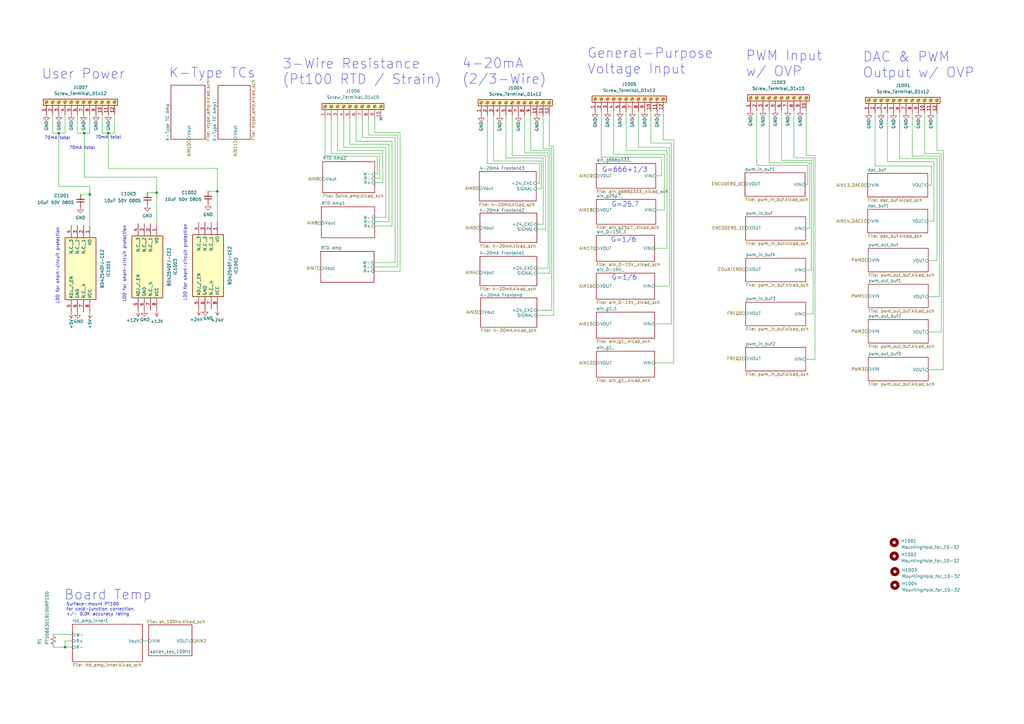
<source format=kicad_sch>
(kicad_sch (version 20231120) (generator "eeschema") (generator_version "8.0")
  (paper "A3")
  (lib_symbols
    (symbol "Connector:Screw_Terminal_01x10" (pin_names (offset 1.016) hide)
      (property "Reference" "J" (at 0 12.7 0))
      (property "Value" "Screw_Terminal_01x10" (at 0 -15.24 0))
      (symbol "Screw_Terminal_01x10_1_1"
        (rectangle (start -1.27 11.43) (end 1.27 -13.97) (stroke (width 0.254)) (fill (type background)))
        (circle (center 0 -12.7) (radius 0.635) (stroke (width 0.1524)))
        (circle (center 0 -10.16) (radius 0.635) (stroke (width 0.1524)))
        (circle (center 0 -7.62) (radius 0.635) (stroke (width 0.1524)))
        (circle (center 0 -5.08) (radius 0.635) (stroke (width 0.1524)))
        (circle (center 0 -2.54) (radius 0.635) (stroke (width 0.1524)))
        (polyline (pts (xy -0.5334 -12.3698) (xy 0.3302 -13.208)) (stroke (width 0.1524)))
        (polyline (pts (xy -0.5334 -9.8298) (xy 0.3302 -10.668)) (stroke (width 0.1524)))
        (polyline (pts (xy -0.5334 -7.2898) (xy 0.3302 -8.128)) (stroke (width 0.1524)))
        (polyline (pts (xy -0.5334 -4.7498) (xy 0.3302 -5.588)) (stroke (width 0.1524)))
        (polyline (pts (xy -0.5334 -2.2098) (xy 0.3302 -3.048)) (stroke (width 0.1524)))
        (polyline (pts (xy -0.5334 0.3302) (xy 0.3302 -0.508)) (stroke (width 0.1524)))
        (polyline (pts (xy -0.5334 2.8702) (xy 0.3302 2.032)) (stroke (width 0.1524)))
        (polyline (pts (xy -0.5334 5.4102) (xy 0.3302 4.572)) (stroke (width 0.1524)))
        (polyline (pts (xy -0.5334 7.9502) (xy 0.3302 7.112)) (stroke (width 0.1524)))
        (polyline (pts (xy -0.5334 10.4902) (xy 0.3302 9.652)) (stroke (width 0.1524)))
        (polyline (pts (xy -0.3556 -12.192) (xy 0.508 -13.0302)) (stroke (width 0.1524)))
        (polyline (pts (xy -0.3556 -9.652) (xy 0.508 -10.4902)) (stroke (width 0.1524)))
        (polyline (pts (xy -0.3556 -7.112) (xy 0.508 -7.9502)) (stroke (width 0.1524)))
        (polyline (pts (xy -0.3556 -4.572) (xy 0.508 -5.4102)) (stroke (width 0.1524)))
        (polyline (pts (xy -0.3556 -2.032) (xy 0.508 -2.8702)) (stroke (width 0.1524)))
        (polyline (pts (xy -0.3556 0.508) (xy 0.508 -0.3302)) (stroke (width 0.1524)))
        (polyline (pts (xy -0.3556 3.048) (xy 0.508 2.2098)) (stroke (width 0.1524)))
        (polyline (pts (xy -0.3556 5.588) (xy 0.508 4.7498)) (stroke (width 0.1524)))
        (polyline (pts (xy -0.3556 8.128) (xy 0.508 7.2898)) (stroke (width 0.1524)))
        (polyline (pts (xy -0.3556 10.668) (xy 0.508 9.8298)) (stroke (width 0.1524)))
        (circle (center 0 0) (radius 0.635) (stroke (width 0.1524)))
        (circle (center 0 2.54) (radius 0.635) (stroke (width 0.1524)))
        (circle (center 0 5.08) (radius 0.635) (stroke (width 0.1524)))
        (circle (center 0 7.62) (radius 0.635) (stroke (width 0.1524)))
        (circle (center 0 10.16) (radius 0.635) (stroke (width 0.1524)))
        (pin passive line (at -5.08 10.16 0) (length 3.81) (name "Pin_1") (number "1"))
        (pin passive line (at -5.08 -12.7 0) (length 3.81) (name "Pin_10") (number "10"))
        (pin passive line (at -5.08 7.62 0) (length 3.81) (name "Pin_2") (number "2"))
        (pin passive line (at -5.08 5.08 0) (length 3.81) (name "Pin_3") (number "3"))
        (pin passive line (at -5.08 2.54 0) (length 3.81) (name "Pin_4") (number "4"))
        (pin passive line (at -5.08 0 0) (length 3.81) (name "Pin_5") (number "5"))
        (pin passive line (at -5.08 -2.54 0) (length 3.81) (name "Pin_6") (number "6"))
        (pin passive line (at -5.08 -5.08 0) (length 3.81) (name "Pin_7") (number "7"))
        (pin passive line (at -5.08 -7.62 0) (length 3.81) (name "Pin_8") (number "8"))
        (pin passive line (at -5.08 -10.16 0) (length 3.81) (name "Pin_9") (number "9"))
      )
    )
    (symbol "Connector:Screw_Terminal_01x12" (pin_names (offset 1.016) hide)
      (property "Reference" "J" (at 0 15.24 0))
      (property "Value" "Screw_Terminal_01x12" (at 0 -17.78 0))
      (symbol "Screw_Terminal_01x12_1_1"
        (rectangle (start -1.27 13.97) (end 1.27 -16.51) (stroke (width 0.254)) (fill (type background)))
        (circle (center 0 -15.24) (radius 0.635) (stroke (width 0.1524)))
        (circle (center 0 -12.7) (radius 0.635) (stroke (width 0.1524)))
        (circle (center 0 -10.16) (radius 0.635) (stroke (width 0.1524)))
        (circle (center 0 -7.62) (radius 0.635) (stroke (width 0.1524)))
        (circle (center 0 -5.08) (radius 0.635) (stroke (width 0.1524)))
        (circle (center 0 -2.54) (radius 0.635) (stroke (width 0.1524)))
        (polyline (pts (xy -0.5334 -14.9098) (xy 0.3302 -15.748)) (stroke (width 0.1524)))
        (polyline (pts (xy -0.5334 -12.3698) (xy 0.3302 -13.208)) (stroke (width 0.1524)))
        (polyline (pts (xy -0.5334 -9.8298) (xy 0.3302 -10.668)) (stroke (width 0.1524)))
        (polyline (pts (xy -0.5334 -7.2898) (xy 0.3302 -8.128)) (stroke (width 0.1524)))
        (polyline (pts (xy -0.5334 -4.7498) (xy 0.3302 -5.588)) (stroke (width 0.1524)))
        (polyline (pts (xy -0.5334 -2.2098) (xy 0.3302 -3.048)) (stroke (width 0.1524)))
        (polyline (pts (xy -0.5334 0.3302) (xy 0.3302 -0.508)) (stroke (width 0.1524)))
        (polyline (pts (xy -0.5334 2.8702) (xy 0.3302 2.032)) (stroke (width 0.1524)))
        (polyline (pts (xy -0.5334 5.4102) (xy 0.3302 4.572)) (stroke (width 0.1524)))
        (polyline (pts (xy -0.5334 7.9502) (xy 0.3302 7.112)) (stroke (width 0.1524)))
        (polyline (pts (xy -0.5334 10.4902) (xy 0.3302 9.652)) (stroke (width 0.1524)))
        (polyline (pts (xy -0.5334 13.0302) (xy 0.3302 12.192)) (stroke (width 0.1524)))
        (polyline (pts (xy -0.3556 -14.732) (xy 0.508 -15.5702)) (stroke (width 0.1524)))
        (polyline (pts (xy -0.3556 -12.192) (xy 0.508 -13.0302)) (stroke (width 0.1524)))
        (polyline (pts (xy -0.3556 -9.652) (xy 0.508 -10.4902)) (stroke (width 0.1524)))
        (polyline (pts (xy -0.3556 -7.112) (xy 0.508 -7.9502)) (stroke (width 0.1524)))
        (polyline (pts (xy -0.3556 -4.572) (xy 0.508 -5.4102)) (stroke (width 0.1524)))
        (polyline (pts (xy -0.3556 -2.032) (xy 0.508 -2.8702)) (stroke (width 0.1524)))
        (polyline (pts (xy -0.3556 0.508) (xy 0.508 -0.3302)) (stroke (width 0.1524)))
        (polyline (pts (xy -0.3556 3.048) (xy 0.508 2.2098)) (stroke (width 0.1524)))
        (polyline (pts (xy -0.3556 5.588) (xy 0.508 4.7498)) (stroke (width 0.1524)))
        (polyline (pts (xy -0.3556 8.128) (xy 0.508 7.2898)) (stroke (width 0.1524)))
        (polyline (pts (xy -0.3556 10.668) (xy 0.508 9.8298)) (stroke (width 0.1524)))
        (polyline (pts (xy -0.3556 13.208) (xy 0.508 12.3698)) (stroke (width 0.1524)))
        (circle (center 0 0) (radius 0.635) (stroke (width 0.1524)))
        (circle (center 0 2.54) (radius 0.635) (stroke (width 0.1524)))
        (circle (center 0 5.08) (radius 0.635) (stroke (width 0.1524)))
        (circle (center 0 7.62) (radius 0.635) (stroke (width 0.1524)))
        (circle (center 0 10.16) (radius 0.635) (stroke (width 0.1524)))
        (circle (center 0 12.7) (radius 0.635) (stroke (width 0.1524)))
        (pin passive line (at -5.08 12.7 0) (length 3.81) (name "Pin_1") (number "1"))
        (pin passive line (at -5.08 -10.16 0) (length 3.81) (name "Pin_10") (number "10"))
        (pin passive line (at -5.08 -12.7 0) (length 3.81) (name "Pin_11") (number "11"))
        (pin passive line (at -5.08 -15.24 0) (length 3.81) (name "Pin_12") (number "12"))
        (pin passive line (at -5.08 10.16 0) (length 3.81) (name "Pin_2") (number "2"))
        (pin passive line (at -5.08 7.62 0) (length 3.81) (name "Pin_3") (number "3"))
        (pin passive line (at -5.08 5.08 0) (length 3.81) (name "Pin_4") (number "4"))
        (pin passive line (at -5.08 2.54 0) (length 3.81) (name "Pin_5") (number "5"))
        (pin passive line (at -5.08 0 0) (length 3.81) (name "Pin_6") (number "6"))
        (pin passive line (at -5.08 -2.54 0) (length 3.81) (name "Pin_7") (number "7"))
        (pin passive line (at -5.08 -5.08 0) (length 3.81) (name "Pin_8") (number "8"))
        (pin passive line (at -5.08 -7.62 0) (length 3.81) (name "Pin_9") (number "9"))
      )
    )
    (symbol "Device:C_Small" (pin_numbers hide) (pin_names (offset 0.254) hide)
      (property "Reference" "C" (at 0.254 1.778 0))
      (property "Value" "C_Small" (at 0.254 -2.032 0))
      (symbol "C_Small_0_1"
        (polyline (pts (xy -1.524 -0.508) (xy 1.524 -0.508)) (stroke (width 0.3302)))
        (polyline (pts (xy -1.524 0.508) (xy 1.524 0.508)) (stroke (width 0.3048)))
      )
      (symbol "C_Small_1_1"
        (pin passive line (at 0 2.54 270) (length 2.032) (name "~") (number "1"))
        (pin passive line (at 0 -2.54 90) (length 2.032) (name "~") (number "2"))
      )
    )
    (symbol "Device:R_Small_US" (pin_numbers hide) (pin_names (offset 0.254) hide)
      (property "Reference" "R" (at 0.762 0.508 0))
      (property "Value" "R_Small_US" (at 0.762 -1.016 0))
      (symbol "R_Small_US_1_1"
        (polyline (pts (xy 0 0) (xy 1.016 -0.381) (xy 0 -0.762) (xy -1.016 -1.143) (xy 0 -1.524)))
        (polyline (pts (xy 0 1.524) (xy 1.016 1.143) (xy 0 0.762) (xy -1.016 0.381) (xy 0 0)))
        (pin passive line (at 0 2.54 270) (length 1.016) (name "~") (number "1"))
        (pin passive line (at 0 -2.54 90) (length 1.016) (name "~") (number "2"))
      )
    )
    (symbol "Mechanical:MountingHole" (pin_names (offset 1.016))
      (property "Reference" "H" (at 0 5.08 0))
      (property "Value" "MountingHole" (at 0 3.175 0))
      (symbol "MountingHole_0_1"
        (circle (center 0 0) (radius 1.27) (stroke (width 1.27)))
      )
    )
    (symbol "aaa:BD42540FJ-CE2"
      (property "Reference" "IC" (at 31.75 7.62 0))
      (property "Value" "BD42540FJ-CE2" (at 31.75 5.08 0))
      (symbol "BD42540FJ-CE2_1_1"
        (rectangle (start 5.08 2.54) (end 30.48 -10.16) (stroke (width 0.254)) (fill (type background)))
        (pin passive line (at 0 0 0) (length 5.08) (name "VO") (number "1"))
        (pin passive line (at 0 -2.54 0) (length 5.08) (name "N.C._1") (number "2"))
        (pin passive line (at 0 -5.08 0) (length 5.08) (name "N.C._2") (number "3"))
        (pin passive line (at 0 -7.62 0) (length 5.08) (name "N.C._3") (number "4"))
        (pin passive line (at 35.56 -7.62 180) (length 5.08) (name "ADJ_/_EN") (number "5"))
        (pin passive line (at 35.56 -5.08 180) (length 5.08) (name "GND") (number "6"))
        (pin passive line (at 35.56 -2.54 180) (length 5.08) (name "N.C._4") (number "7"))
        (pin passive line (at 35.56 0 180) (length 5.08) (name "VCC") (number "8"))
      )
    )
    (symbol "power:+12V" (power) (pin_numbers hide) (pin_names (offset 0) hide)
      (property "Value" "+12V" (at 0 3.556 0))
      (symbol "+12V_0_1"
        (polyline (pts (xy -0.762 1.27) (xy 0 2.54)))
        (polyline (pts (xy 0 0) (xy 0 2.54)))
        (polyline (pts (xy 0 2.54) (xy 0.762 1.27)))
      )
      (symbol "+12V_1_1"
        (pin power_in line (at 0 0 90) (length 0) (name "~") (number "1"))
      )
    )
    (symbol "power:+24V" (power) (pin_names (offset 0))
      (property "Value" "+24V" (at 0 3.556 0))
      (symbol "+24V_0_1"
        (polyline (pts (xy -0.762 1.27) (xy 0 2.54)))
        (polyline (pts (xy 0 0) (xy 0 2.54)))
        (polyline (pts (xy 0 2.54) (xy 0.762 1.27)))
      )
      (symbol "+24V_1_1"
        (pin power_in line (at 0 0 90) (length 0) hide (name "+24V") (number "1"))
      )
    )
    (symbol "power:+5V" (power) (pin_numbers hide) (pin_names (offset 0) hide)
      (property "Value" "+5V" (at 0 3.556 0))
      (symbol "+5V_0_1"
        (polyline (pts (xy -0.762 1.27) (xy 0 2.54)))
        (polyline (pts (xy 0 0) (xy 0 2.54)))
        (polyline (pts (xy 0 2.54) (xy 0.762 1.27)))
      )
      (symbol "+5V_1_1"
        (pin power_in line (at 0 0 90) (length 0) (name "~") (number "1"))
      )
    )
    (symbol "power:GND" (power) (pin_names (offset 0))
      (property "Value" "GND" (at 0 -3.81 0))
      (symbol "GND_0_1"
        (polyline (pts (xy 0 0) (xy 0 -1.27) (xy 1.27 -1.27) (xy 0 -2.54) (xy -1.27 -1.27) (xy 0 -1.27)))
      )
      (symbol "GND_1_1"
        (pin power_in line (at 0 0 270) (length 0) hide (name "GND") (number "1"))
      )
    )
  )
  (junction (at 24.13 54.61))
  (junction (at 64.262 78.994))
  (junction (at 36.83 79.756))
  (junction (at 44.45 54.61))
  (junction (at 26.67 265.43))
  (junction (at 89.154 78.486))
  (junction (at 34.544 54.61))
  (no_connect (at 156.21 48.768))
  (wire (pts (xy 153.67 73.152) (xy 155.702 73.152)))
  (wire (pts (xy 26.67 262.89) (xy 26.67 265.43)))
  (wire (pts (xy 89.154 69.088) (xy 89.154 78.486)))
  (wire (pts (xy 222.758 91.948) (xy 222.758 64.77)))
  (wire (pts (xy 64.262 78.994) (xy 64.262 91.694)))
  (wire (pts (xy 330.2 75.692) (xy 331.216 75.692)))
  (wire (pts (xy 158.242 89.154) (xy 158.242 60.452)))
  (wire (pts (xy 220.218 109.982) (xy 224.79 109.982)))
  (wire (pts (xy 27.432 260.35) (xy 27.432 260.096)))
  (wire (pts (xy 41.91 54.61) (xy 41.91 46.99)))
  (wire (pts (xy 221.996 77.47) (xy 221.996 66.04)))
  (wire (pts (xy 210.058 63.754) (xy 210.058 47.244)))
  (wire (pts (xy 272.542 63.246) (xy 251.714 63.246)))
  (wire (pts (xy 226.314 60.96) (xy 222.758 60.96)))
  (wire (pts (xy 33.02 79.756) (xy 36.83 79.756)))
  (wire (pts (xy 225.552 112.014) (xy 225.552 61.722)))
  (wire (pts (xy 219.964 77.47) (xy 221.996 77.47)))
  (wire (pts (xy 382.016 75.946) (xy 382.016 68.072)))
  (wire (pts (xy 89.154 69.088) (xy 44.45 69.088)))
  (wire (pts (xy 140.97 60.452) (xy 140.97 48.768)))
  (wire (pts (xy 330.454 93.726) (xy 331.978 93.726)))
  (wire (pts (xy 143.51 59.182) (xy 143.51 48.768)))
  (wire (pts (xy 223.774 63.754) (xy 210.058 63.754)))
  (wire (pts (xy 227.076 129.286) (xy 227.076 59.944)))
  (wire (pts (xy 221.996 66.04) (xy 202.438 66.04)))
  (wire (pts (xy 153.67 89.154) (xy 158.242 89.154)))
  (wire (pts (xy 156.972 74.93) (xy 156.972 61.722)))
  (wire (pts (xy 163.068 55.372) (xy 151.13 55.372)))
  (wire (pts (xy 268.478 117.348) (xy 274.574 117.348)))
  (wire (pts (xy 223.774 93.98) (xy 223.774 63.754)))
  (wire (pts (xy 334.264 147.32) (xy 334.264 63.754)))
  (wire (pts (xy 135.89 62.992) (xy 135.89 48.768)))
  (wire (pts (xy 89.154 78.486) (xy 89.154 91.186)))
  (wire (pts (xy 251.714 45.72) (xy 251.714 63.246)))
  (wire (pts (xy 153.67 92.71) (xy 160.782 92.71)))
  (wire (pts (xy 331.216 67.818) (xy 310.388 67.818)))
  (wire (pts (xy 153.416 109.474) (xy 163.068 109.474)))
  (wire (pts (xy 383.032 90.678) (xy 383.032 66.294)))
  (wire (pts (xy 159.512 59.182) (xy 143.51 59.182)))
  (wire (pts (xy 160.782 57.912) (xy 146.05 57.912)))
  (wire (pts (xy 160.782 92.71) (xy 160.782 57.912)))
  (wire (pts (xy 221.234 67.056) (xy 199.898 67.056)))
  (wire (pts (xy 384.302 65.024) (xy 369.062 65.024)))
  (wire (pts (xy 276.352 57.404) (xy 272.034 57.404)))
  (wire (pts (xy 271.272 64.516) (xy 246.634 64.516)))
  (wire (pts (xy 261.874 60.452) (xy 261.874 45.72)))
  (wire (pts (xy 330.454 110.744) (xy 332.74 110.744)))
  (wire (pts (xy 153.416 107.696) (xy 162.052 107.696)))
  (wire (pts (xy 380.746 106.934) (xy 384.302 106.934)))
  (wire (pts (xy 358.902 68.072) (xy 358.902 46.228)))
  (wire (pts (xy 85.344 78.486) (xy 89.154 78.486)))
  (wire (pts (xy 199.898 67.056) (xy 199.898 47.244)))
  (wire (pts (xy 334.264 63.754) (xy 330.708 63.754)))
  (wire (pts (xy 154.686 64.008) (xy 133.35 64.008)))
  (wire (pts (xy 386.08 136.144) (xy 386.08 62.992)))
  (wire (pts (xy 44.45 54.61) (xy 46.99 54.61)))
  (wire (pts (xy 21.59 46.99) (xy 21.59 54.61)))
  (wire (pts (xy 220.218 127.254) (xy 226.314 127.254)))
  (wire (pts (xy 274.574 117.348) (xy 274.574 60.452)))
  (wire (pts (xy 34.544 54.61) (xy 34.544 72.644)))
  (wire (pts (xy 34.544 54.61) (xy 36.83 54.61)))
  (wire (pts (xy 268.478 132.842) (xy 275.336 132.842)))
  (wire (pts (xy 331.216 75.692) (xy 331.216 67.818)))
  (wire (pts (xy 385.318 64.008) (xy 374.142 64.008)))
  (wire (pts (xy 36.83 54.61) (xy 36.83 46.99)))
  (wire (pts (xy 225.298 59.944) (xy 225.298 47.244)))
  (wire (pts (xy 380.492 90.678) (xy 383.032 90.678)))
  (wire (pts (xy 155.702 62.992) (xy 135.89 62.992)))
  (wire (pts (xy 220.218 93.98) (xy 223.774 93.98)))
  (wire (pts (xy 29.718 262.89) (xy 26.67 262.89)))
  (wire (pts (xy 331.978 66.802) (xy 315.468 66.802)))
  (wire (pts (xy 266.954 58.674) (xy 266.954 45.72)))
  (wire (pts (xy 383.032 66.294) (xy 363.982 66.294)))
  (wire (pts (xy 133.35 64.008) (xy 133.35 48.768)))
  (wire (pts (xy 320.548 65.786) (xy 320.548 45.212)))
  (wire (pts (xy 330.454 147.32) (xy 334.264 147.32)))
  (wire (pts (xy 268.986 72.136) (xy 271.272 72.136)))
  (wire (pts (xy 246.634 64.516) (xy 246.634 45.72)))
  (wire (pts (xy 148.59 56.388) (xy 148.59 48.768)))
  (wire (pts (xy 46.99 46.99) (xy 46.99 54.61)))
  (wire (pts (xy 162.052 56.388) (xy 148.59 56.388)))
  (wire (pts (xy 268.478 101.854) (xy 273.558 101.854)))
  (wire (pts (xy 268.986 86.106) (xy 272.542 86.106)))
  (wire (pts (xy 221.234 75.184) (xy 221.234 67.056)))
  (wire (pts (xy 26.67 265.43) (xy 21.844 265.43)))
  (wire (pts (xy 325.628 64.77) (xy 325.628 45.212)))
  (wire (pts (xy 315.468 66.802) (xy 315.468 45.212)))
  (wire (pts (xy 225.552 61.722) (xy 217.678 61.722)))
  (wire (pts (xy 146.05 57.912) (xy 146.05 48.768)))
  (wire (pts (xy 272.034 57.404) (xy 272.034 45.72)))
  (wire (pts (xy 64.262 72.644) (xy 64.262 78.994)))
  (wire (pts (xy 275.336 132.842) (xy 275.336 58.674)))
  (wire (pts (xy 155.702 73.152) (xy 155.702 62.992)))
  (wire (pts (xy 21.844 260.096) (xy 27.432 260.096)))
  (wire (pts (xy 380.746 151.638) (xy 386.842 151.638)))
  (wire (pts (xy 158.242 60.452) (xy 140.97 60.452)))
  (wire (pts (xy 156.972 61.722) (xy 138.43 61.722)))
  (wire (pts (xy 164.084 54.356) (xy 153.67 54.356)))
  (wire (pts (xy 36.83 76.454) (xy 24.13 76.454)))
  (wire (pts (xy 220.218 91.948) (xy 222.758 91.948)))
  (wire (pts (xy 384.302 61.722) (xy 384.302 46.228)))
  (wire (pts (xy 220.218 129.286) (xy 227.076 129.286)))
  (wire (pts (xy 272.542 86.106) (xy 272.542 63.246)))
  (wire (pts (xy 382.016 68.072) (xy 358.902 68.072)))
  (wire (pts (xy 380.746 136.144) (xy 386.08 136.144)))
  (wire (pts (xy 363.982 66.294) (xy 363.982 46.228)))
  (wire (pts (xy 330.454 128.778) (xy 333.502 128.778)))
  (wire (pts (xy 31.75 46.99) (xy 31.75 54.61)))
  (wire (pts (xy 332.74 65.786) (xy 320.548 65.786)))
  (wire (pts (xy 227.076 59.944) (xy 225.298 59.944)))
  (wire (pts (xy 310.388 45.212) (xy 310.388 67.818)))
  (wire (pts (xy 36.83 76.454) (xy 36.83 79.756)))
  (wire (pts (xy 385.318 121.666) (xy 385.318 64.008)))
  (wire (pts (xy 331.978 93.726) (xy 331.978 66.802)))
  (wire (pts (xy 153.67 90.932) (xy 159.512 90.932)))
  (wire (pts (xy 153.416 111.252) (xy 164.084 111.252)))
  (wire (pts (xy 276.352 148.844) (xy 276.352 57.404)))
  (wire (pts (xy 215.138 62.738) (xy 215.138 47.244)))
  (wire (pts (xy 226.314 127.254) (xy 226.314 60.96)))
  (wire (pts (xy 380.492 75.946) (xy 382.016 75.946)))
  (wire (pts (xy 207.518 64.77) (xy 207.518 47.244)))
  (wire (pts (xy 222.758 64.77) (xy 207.518 64.77)))
  (wire (pts (xy 24.13 54.61) (xy 26.67 54.61)))
  (wire (pts (xy 222.758 60.96) (xy 222.758 47.244)))
  (wire (pts (xy 220.218 112.014) (xy 225.552 112.014)))
  (wire (pts (xy 217.678 61.722) (xy 217.678 47.244)))
  (wire (pts (xy 202.438 66.04) (xy 202.438 47.244)))
  (wire (pts (xy 268.478 148.844) (xy 276.352 148.844)))
  (wire (pts (xy 163.068 109.474) (xy 163.068 55.372)))
  (wire (pts (xy 21.59 54.61) (xy 24.13 54.61)))
  (wire (pts (xy 159.512 90.932) (xy 159.512 59.182)))
  (wire (pts (xy 386.842 61.722) (xy 384.302 61.722)))
  (wire (pts (xy 162.052 107.696) (xy 162.052 56.388)))
  (wire (pts (xy 164.084 111.252) (xy 164.084 54.356)))
  (wire (pts (xy 153.67 74.93) (xy 156.972 74.93)))
  (wire (pts (xy 369.062 65.024) (xy 369.062 46.228)))
  (wire (pts (xy 153.67 54.356) (xy 153.67 48.768)))
  (wire (pts (xy 380.746 121.666) (xy 385.318 121.666)))
  (wire (pts (xy 330.708 63.754) (xy 330.708 45.212)))
  (wire (pts (xy 24.13 76.454) (xy 24.13 54.61)))
  (wire (pts (xy 138.43 48.768) (xy 138.43 61.722)))
  (wire (pts (xy 332.74 110.744) (xy 332.74 65.786)))
  (wire (pts (xy 21.844 265.43) (xy 21.844 265.176)))
  (wire (pts (xy 44.45 69.088) (xy 44.45 54.61)))
  (wire (pts (xy 60.452 78.994) (xy 64.262 78.994)))
  (wire (pts (xy 333.502 128.778) (xy 333.502 64.77)))
  (wire (pts (xy 36.83 79.756) (xy 36.83 92.456)))
  (wire (pts (xy 374.142 64.008) (xy 374.142 46.228)))
  (wire (pts (xy 379.222 62.992) (xy 379.222 46.228)))
  (wire (pts (xy 153.67 71.374) (xy 154.686 71.374)))
  (wire (pts (xy 386.08 62.992) (xy 379.222 62.992)))
  (wire (pts (xy 386.842 151.638) (xy 386.842 61.722)))
  (wire (pts (xy 31.75 54.61) (xy 34.544 54.61)))
  (wire (pts (xy 154.686 71.374) (xy 154.686 64.008)))
  (wire (pts (xy 384.302 106.934) (xy 384.302 65.024)))
  (wire (pts (xy 224.79 109.982) (xy 224.79 62.738)))
  (wire (pts (xy 41.91 54.61) (xy 44.45 54.61)))
  (wire (pts (xy 151.13 55.372) (xy 151.13 48.768)))
  (wire (pts (xy 271.272 72.136) (xy 271.272 64.516)))
  (wire (pts (xy 273.558 101.854) (xy 273.558 61.722)))
  (wire (pts (xy 58.42 262.89) (xy 60.96 262.89)))
  (wire (pts (xy 26.67 46.99) (xy 26.67 54.61)))
  (wire (pts (xy 275.336 58.674) (xy 266.954 58.674)))
  (wire (pts (xy 219.964 75.184) (xy 221.234 75.184)))
  (wire (pts (xy 256.794 45.72) (xy 256.794 61.722)))
  (wire (pts (xy 29.718 260.35) (xy 27.432 260.35)))
  (wire (pts (xy 333.502 64.77) (xy 325.628 64.77)))
  (wire (pts (xy 274.574 60.452) (xy 261.874 60.452)))
  (wire (pts (xy 224.79 62.738) (xy 215.138 62.738)))
  (wire (pts (xy 273.558 61.722) (xy 256.794 61.722)))
  (wire (pts (xy 64.262 72.644) (xy 34.544 72.644)))
  (wire (pts (xy 29.718 265.43) (xy 26.67 265.43)))
  (text "70mA total" (at 39.116 61.468 0) (effects (font (size 1.27 1.27)) (justify right bottom)))
  (text "3-Wire Resistance\n(Pt100 RTD / Strain)" (at 115.824 35.052 0) (effects (font (size 4 4)) (justify left bottom)))
  (text "LDO for short-circuit protection" (at 51.816 123.952 90) (effects (font (size 1.27 1.27)) (justify left bottom)))
  (text "G=25.7" (at 262.128 85.09 0) (effects (font (size 2 2)) (justify right bottom)))
  (text "G=1/6" (at 261.112 99.568 0) (effects (font (size 2 2)) (justify right bottom)))
  (text "PWM Input\nw/ OVP" (at 305.816 31.75 0) (effects (font (size 4 4)) (justify left bottom)))
  (text "70mA total" (at 28.956 57.404 0) (effects (font (size 1.27 1.27)) (justify right bottom)))
  (text "General-Purpose\nVoltage Input" (at 240.792 30.734 0) (effects (font (size 4 4)) (justify left bottom)))
  (text "70mA total" (at 49.784 57.15 0) (effects (font (size 1.27 1.27)) (justify right bottom)))
  (text "K-Type TCs" (at 69.215 32.385 0) (effects (font (size 4 4)) (justify left bottom)))
  (text "Board Temp" (at 26.289 246.4054 0) (effects (font (size 4 4)) (justify left bottom)))
  (text "G=666+1/3" (at 265.684 70.866 0) (effects (font (size 2 2)) (justify right bottom)))
  (text "LDO for short-circuit protection" (at 24.384 124.714 90) (effects (font (size 1.27 1.27)) (justify left bottom)))
  (text "4-20mA\n(2/3-Wire)" (at 189.484 34.925 0) (effects (font (size 4 4)) (justify left bottom)))
  (text "LDO for short-circuit protection" (at 76.708 123.444 90) (effects (font (size 1.27 1.27)) (justify left bottom)))
  (text "Surface-mount PT100 \nfor cold-junction correction,\n+/- 0.3K accuracy rating" (at 27.178 249.936 0) (effects (font (size 1.27 1.27)) (justify left)))
  (text "User Power" (at 17.018 32.766 0) (effects (font (size 4 4)) (justify left bottom)))
  (text "DAC & PWM\nOutput w/ OVP" (at 353.822 32.258 0) (effects (font (size 4 4)) (justify left bottom)))
  (text "G=1/6" (at 261.366 115.062 0) (effects (font (size 2 2)) (justify right bottom)))
  (hierarchical_label "PWM0" (shape input) (at 356.108 106.68 180))
  (hierarchical_label "AIN12" (shape input) (at 244.602 148.844 180))
  (hierarchical_label "AIN17" (shape input) (at 244.602 101.854 180))
  (hierarchical_label "AIN8" (shape input) (at 131.826 91.44 180))
  (hierarchical_label "AIN15" (shape input) (at 244.602 132.842 180))
  (hierarchical_label "ENCODER0_1" (shape input) (at 305.816 93.472 180))
  (hierarchical_label "AIN18" (shape input) (at 244.602 86.106 180))
  (hierarchical_label "AIN6" (shape input) (at 196.596 77.216 180))
  (hierarchical_label "AIN10" (shape input) (at 77.47 57.15 270))
  (hierarchical_label "PWM2" (shape input) (at 356.108 135.89 180))
  (hierarchical_label "AIN2" (shape input) (at 78.74 262.89 0))
  (hierarchical_label "FREQ1" (shape input) (at 305.816 147.066 180))
  (hierarchical_label "PWM1" (shape input) (at 356.108 121.412 180))
  (hierarchical_label "AIN5" (shape input) (at 196.85 93.472 180))
  (hierarchical_label "AIN16" (shape input) (at 244.602 117.348 180))
  (hierarchical_label "AIN7" (shape input) (at 131.572 109.982 180))
  (hierarchical_label "AIN13_DAC0" (shape input) (at 355.854 75.946 180))
  (hierarchical_label "AIN3" (shape input) (at 197.104 128.016 180))
  (hierarchical_label "AIN4" (shape input) (at 196.85 111.76 180))
  (hierarchical_label "AIN14_DAC1" (shape input) (at 355.854 90.678 180))
  (hierarchical_label "AIN9" (shape input) (at 132.334 73.406 180))
  (hierarchical_label "AIN11" (shape input) (at 96.52 57.15 270))
  (hierarchical_label "COUNTER0" (shape input) (at 305.816 110.49 180))
  (hierarchical_label "FREQ0" (shape input) (at 305.816 128.524 180))
  (hierarchical_label "AIN19" (shape input) (at 244.602 72.136 180))
  (hierarchical_label "ENCODER0_0" (shape input) (at 305.562 75.438 180))
  (hierarchical_label "PWM3" (shape input) (at 356.108 151.384 180))
  (symbol (lib_id "power:GND") (at 376.682 46.228 0) (unit 1)
    (property "Reference" "#PWR010" (effects (hide yes)))
    (property "Value" "GND" (at 376.682 48.768 90) (effects (justify right)))
  )
  (symbol (lib_id "Connector:Screw_Terminal_01x12") (at 31.75 41.91 90) (unit 1)
    (property "Reference" "J1007" (at 33.02 35.814 90))
    (property "Value" "Screw_Terminal_01x12" (at 33.02 38.354 90))
    (property "Footprint" "aaa:KF141V-2.54-12P" (effects (hide yes)))
    (property "Description" "Generic screw terminal, single row, 01x12, script generated (kicad-library-utils/schlib/autogen/connector/)" (effects (hide yes)))
    (property "LCSC" "C475123" (effects (hide yes)))
  )
  (symbol (lib_id "Mechanical:MountingHole") (at 366.776 222.504 0) (unit 1) (in_bom no)
    (property "Reference" "H1001" (at 369.57 221.869 0) (effects (justify left)))
    (property "Value" "MountingHole_for_10-32" (at 369.57 224.409 0) (effects (justify left)))
    (property "Footprint" "MountingHole:MountingHole_5mm" (effects (hide yes)))
  )
  (symbol (lib_id "Device:C_Small") (at 60.452 81.534 180) (unit 1)
    (property "Reference" "C1003" (at 49.53 79.502 0) (effects (justify right)))
    (property "Value" "10uF 50V 0805" (at 42.672 82.296 0) (effects (justify right)))
    (property "Footprint" "Capacitor_SMD:C_0805_2012Metric" (effects (hide yes)))
    (property "LCSC" "C440198" (effects (hide yes)))
  )
  (symbol (lib_id "power:GND") (at 212.598 47.244 0) (unit 1)
    (property "Reference" "#PWR1013" (effects (hide yes)))
    (property "Value" "GND" (at 212.598 49.784 90) (effects (justify right)))
  )
  (symbol (lib_id "power:GND") (at 19.05 46.99 0) (unit 1)
    (property "Reference" "#PWR1001" (effects (hide yes)))
    (property "Value" "GND" (at 19.05 49.53 90) (effects (justify right)))
  )
  (symbol (lib_id "power:GND") (at 197.358 47.244 0) (unit 1)
    (property "Reference" "#PWR1011" (effects (hide yes)))
    (property "Value" "GND" (at 197.358 49.784 90) (effects (justify right)))
  )
  (symbol (lib_id "power:GND") (at 60.452 84.074 0) (unit 1)
    (property "Reference" "#PWR1020" (effects (hide yes)))
    (property "Value" "GND" (at 60.452 88.519 0))
  )
  (symbol (lib_id "aaa:BD42540FJ-CE2") (at 64.262 91.694 270) (unit 1)
    (property "Reference" "IC1003" (at 71.882 109.474 0))
    (property "Value" "BD42540FJ-CE2" (at 69.342 109.474 0))
    (property "Footprint" "aaa:SOIC127P600X175-8N" (effects (hide yes)))
    (property "Datasheet" "https://4donline.ihs.com/images/VipMasterIC/IC/ROHM/ROHM-S-A0002355662/ROHM-S-A0002355662-1.pdf?hkey=EF798316E3902B6ED9A73243A3159BB0" (effects (hide yes)))
    (property "Description" "Supervisory Circuits 3-42V SOP-J8 12A LDO Regulator" (effects (hide yes)))
    (property "Height" "1.65" (effects (hide yes)))
    (property "Manufacturer_Name" "ROHM Semiconductor" (effects (hide yes)))
    (property "Manufacturer_Part_Number" "BD42540FJ-CE2" (effects (hide yes)))
    (property "Mouser Part Number" "755-BD42540FJ-CE2" (effects (hide yes)))
    (property "Mouser Price/Stock" "https://www.mouser.co.uk/ProductDetail/ROHM-Semiconductor/BD42540FJ-CE2?qs=zGux8KhMp6JowApuEUgCTw%3D%3D" (effects (hide yes)))
    (property "LCSC" "C308591" (effects (hide yes)))
  )
  (symbol (lib_id "power:+24V") (at 81.534 126.746 180) (unit 1)
    (property "Reference" "#PWR1022" (effects (hide yes)))
    (property "Value" "+24V" (at 80.518 131.064 0))
  )
  (symbol (lib_id "power:GND") (at 307.848 45.212 0) (unit 1)
    (property "Reference" "#PWR1030" (effects (hide yes)))
    (property "Value" "GND" (at 307.848 47.752 90) (effects (justify right)))
  )
  (symbol (lib_id "power:GND") (at 220.218 47.244 0) (unit 1)
    (property "Reference" "#PWR1014" (effects (hide yes)))
    (property "Value" "GND" (at 220.218 49.784 90) (effects (justify right)))
  )
  (symbol (lib_id "power:+5V") (at 36.83 128.016 180) (unit 1)
    (property "Reference" "#PWR1018" (effects (hide yes)))
    (property "Value" "+5V" (at 36.83 132.842 90))
    (property "Description" "Power symbol creates a global label with name \"+5V\"" (effects (hide yes)))
  )
  (symbol (lib_id "power:GND") (at 318.008 45.212 0) (unit 1)
    (property "Reference" "#PWR012" (effects (hide yes)))
    (property "Value" "GND" (at 318.008 47.752 90) (effects (justify right)))
  )
  (symbol (lib_id "Mechanical:MountingHole") (at 367.03 240.03 0) (unit 1) (in_bom no)
    (property "Reference" "H1004" (at 369.824 239.395 0) (effects (justify left)))
    (property "Value" "MountingHole_for_10-32" (at 369.824 241.935 0) (effects (justify left)))
    (property "Footprint" "MountingHole:MountingHole_5mm" (effects (hide yes)))
  )
  (symbol (lib_id "Connector:Screw_Terminal_01x12") (at 369.062 41.148 90) (unit 1)
    (property "Reference" "J1001" (at 370.332 35.052 90))
    (property "Value" "Screw_Terminal_01x12" (at 370.332 37.592 90))
    (property "Footprint" "aaa:KF141V-2.54-12P" (effects (hide yes)))
    (property "Description" "Generic screw terminal, single row, 01x12, script generated (kicad-library-utils/schlib/autogen/connector/)" (effects (hide yes)))
    (property "LCSC" "C475123" (effects (hide yes)))
  )
  (symbol (lib_id "power:GND") (at 84.074 126.746 0) (unit 1)
    (property "Reference" "#PWR1002" (effects (hide yes)))
    (property "Value" "GND" (at 83.312 130.556 0) (effects (justify left)))
  )
  (symbol (lib_id "power:GND") (at 59.182 127.254 0) (unit 1)
    (property "Reference" "#PWR1010" (effects (hide yes)))
    (property "Value" "GND" (at 57.404 131.064 0) (effects (justify left)))
  )
  (symbol (lib_id "power:GND") (at 323.088 45.212 0) (unit 1)
    (property "Reference" "#PWR03010" (effects (hide yes)))
    (property "Value" "GND" (at 323.088 47.752 90) (effects (justify right)))
  )
  (symbol (lib_id "power:GND") (at 33.02 84.836 0) (unit 1)
    (property "Reference" "#PWR1017" (effects (hide yes)))
    (property "Value" "GND" (at 33.02 89.281 0))
  )
  (symbol (lib_id "power:GND") (at 249.174 45.72 0) (unit 1)
    (property "Reference" "#PWR06" (effects (hide yes)))
    (property "Value" "GND" (at 249.174 48.26 90) (effects (justify right)))
  )
  (symbol (lib_id "power:GND") (at 244.094 45.72 0) (unit 1)
    (property "Reference" "#PWR03001" (effects (hide yes)))
    (property "Value" "GND" (at 244.094 48.26 90) (effects (justify right)))
  )
  (symbol (lib_id "power:GND") (at 29.21 46.99 0) (unit 1)
    (property "Reference" "#PWR1005" (effects (hide yes)))
    (property "Value" "GND" (at 29.21 49.53 90) (effects (justify right)))
  )
  (symbol (lib_id "aaa:BD42540FJ-CE2") (at 89.154 91.186 270) (unit 1)
    (property "Reference" "IC1002" (at 96.774 108.966 0))
    (property "Value" "BD42540FJ-CE2" (at 94.234 108.966 0))
    (property "Footprint" "aaa:SOIC127P600X175-8N" (effects (hide yes)))
    (property "Datasheet" "https://4donline.ihs.com/images/VipMasterIC/IC/ROHM/ROHM-S-A0002355662/ROHM-S-A0002355662-1.pdf?hkey=EF798316E3902B6ED9A73243A3159BB0" (effects (hide yes)))
    (property "Description" "Supervisory Circuits 3-42V SOP-J8 12A LDO Regulator" (effects (hide yes)))
    (property "Height" "1.65" (effects (hide yes)))
    (property "Manufacturer_Name" "ROHM Semiconductor" (effects (hide yes)))
    (property "Manufacturer_Part_Number" "BD42540FJ-CE2" (effects (hide yes)))
    (property "Mouser Part Number" "755-BD42540FJ-CE2" (effects (hide yes)))
    (property "Mouser Price/Stock" "https://www.mouser.co.uk/ProductDetail/ROHM-Semiconductor/BD42540FJ-CE2?qs=zGux8KhMp6JowApuEUgCTw%3D%3D" (effects (hide yes)))
    (property "LCSC" "C308591" (effects (hide yes)))
  )
  (symbol (lib_id "power:GND") (at 24.13 46.99 0) (unit 1)
    (property "Reference" "#PWR1003" (effects (hide yes)))
    (property "Value" "GND" (at 24.13 49.53 90) (effects (justify right)))
  )
  (symbol (lib_id "power:GND") (at 85.344 83.566 0) (unit 1)
    (property "Reference" "#PWR1004" (effects (hide yes)))
    (property "Value" "GND" (at 85.344 88.011 0))
  )
  (symbol (lib_id "power:GND") (at 371.602 46.228 0) (unit 1)
    (property "Reference" "#PWR03003" (effects (hide yes)))
    (property "Value" "GND" (at 371.602 48.768 90) (effects (justify right)))
  )
  (symbol (lib_id "power:GND") (at 39.37 46.99 0) (unit 1)
    (property "Reference" "#PWR1009" (effects (hide yes)))
    (property "Value" "GND" (at 39.37 49.53 90) (effects (justify right)))
  )
  (symbol (lib_id "power:GND") (at 361.442 46.228 0) (unit 1)
    (property "Reference" "#PWR1049" (effects (hide yes)))
    (property "Value" "GND" (at 361.442 48.768 90) (effects (justify right)))
  )
  (symbol (lib_id "power:GND") (at 264.414 45.72 0) (unit 1)
    (property "Reference" "#PWR1046" (effects (hide yes)))
    (property "Value" "GND" (at 264.414 48.26 90) (effects (justify right)))
  )
  (symbol (lib_id "power:GND") (at 204.978 47.244 0) (unit 1)
    (property "Reference" "#PWR1012" (effects (hide yes)))
    (property "Value" "GND" (at 204.978 49.784 90) (effects (justify right)))
  )
  (symbol (lib_id "power:GND") (at 259.334 45.72 0) (unit 1)
    (property "Reference" "#PWR01016" (effects (hide yes)))
    (property "Value" "GND" (at 259.334 48.26 90) (effects (justify right)))
  )
  (symbol (lib_id "power:+24V") (at 89.154 126.746 180) (unit 1)
    (property "Reference" "#PWR1006" (effects (hide yes)))
    (property "Value" "+24V" (at 89.154 131.318 0))
  )
  (symbol (lib_id "Device:R_Small_US") (at 21.844 262.636 0) (unit 1)
    (property "Reference" "R1" (at 16.256 264.414 90) (effects (justify left)))
    (property "Value" "PTS060301B100RP100" (at 19.304 264.414 90) (effects (justify left)))
    (property "Footprint" "Resistor_SMD:R_0603_1608Metric" (effects (hide yes)))
    (property "Description" "Resistor, small US symbol" (effects (hide yes)))
    (property "LCSC" "C141518" (effects (hide yes)))
  )
  (symbol (lib_id "Device:C_Small") (at 85.344 81.026 180) (unit 1)
    (property "Reference" "C1002" (at 74.422 78.994 0) (effects (justify right)))
    (property "Value" "10uF 50V 0805" (at 67.564 81.788 0) (effects (justify right)))
    (property "Footprint" "Capacitor_SMD:C_0805_2012Metric" (effects (hide yes)))
    (property "LCSC" "C440198" (effects (hide yes)))
  )
  (symbol (lib_id "power:GND") (at 381.762 46.228 0) (unit 1)
    (property "Reference" "#PWR03005" (effects (hide yes)))
    (property "Value" "GND" (at 381.762 48.768 90) (effects (justify right)))
  )
  (symbol (lib_id "power:GND") (at 312.928 45.212 0) (unit 1)
    (property "Reference" "#PWR03009" (effects (hide yes)))
    (property "Value" "GND" (at 312.928 47.752 90) (effects (justify right)))
  )
  (symbol (lib_id "power:+12V") (at 56.642 127.254 180) (unit 1)
    (property "Reference" "#PWR1023" (effects (hide yes)))
    (property "Value" "+12V" (at 54.356 131.318 0))
    (property "Description" "Power symbol creates a global label with name \"+12V\"" (effects (hide yes)))
  )
  (symbol (lib_id "Device:C_Small") (at 33.02 82.296 180) (unit 1)
    (property "Reference" "C1001" (at 22.098 80.264 0) (effects (justify right)))
    (property "Value" "10uF 50V 0805" (at 15.24 83.058 0) (effects (justify right)))
    (property "Footprint" "Capacitor_SMD:C_0805_2012Metric" (effects (hide yes)))
    (property "LCSC" "C440198" (effects (hide yes)))
  )
  (symbol (lib_id "power:GND") (at 34.29 46.99 0) (unit 1)
    (property "Reference" "#PWR1007" (effects (hide yes)))
    (property "Value" "GND" (at 34.29 49.53 90) (effects (justify right)))
  )
  (symbol (lib_id "power:+12V") (at 64.262 127.254 180) (unit 1)
    (property "Reference" "#PWR1021" (effects (hide yes)))
    (property "Value" "+12V" (at 64.262 131.826 0))
    (property "Description" "Power symbol creates a global label with name \"+12V\"" (effects (hide yes)))
  )
  (symbol (lib_id "Connector:Screw_Terminal_01x10") (at 318.008 40.132 90) (unit 1)
    (property "Reference" "J1003" (at 319.278 33.782 90))
    (property "Value" "Screw_Terminal_01x10" (at 319.278 36.322 90))
    (property "Footprint" "aaa:KF141V-2.54-10P" (effects (hide yes)))
    (property "Description" "Generic screw terminal, single row, 01x10, script generated (kicad-library-utils/schlib/autogen/connector/)" (effects (hide yes)))
    (property "LCSC" "C475122" (effects (hide yes)))
  )
  (symbol (lib_id "Connector:Screw_Terminal_01x10") (at 143.51 43.688 90) (unit 1)
    (property "Reference" "J1006" (at 144.78 37.338 90))
    (property "Value" "Screw_Terminal_01x10" (at 144.78 39.878 90))
    (property "Footprint" "aaa:KF141V-2.54-10P" (effects (hide yes)))
    (property "Description" "Generic screw terminal, single row, 01x10, script generated (kicad-library-utils/schlib/autogen/connector/)" (effects (hide yes)))
    (property "LCSC" "C475122" (effects (hide yes)))
  )
  (symbol (lib_id "power:GND") (at 366.522 46.228 0) (unit 1)
    (property "Reference" "#PWR08" (effects (hide yes)))
    (property "Value" "GND" (at 366.522 48.768 90) (effects (justify right)))
  )
  (symbol (lib_id "Mechanical:MountingHole") (at 366.776 228.092 0) (unit 1) (in_bom no)
    (property "Reference" "H1002" (at 369.57 227.457 0) (effects (justify left)))
    (property "Value" "MountingHole_for_10-32" (at 369.57 229.997 0) (effects (justify left)))
    (property "Footprint" "MountingHole:MountingHole_5mm" (effects (hide yes)))
  )
  (symbol (lib_id "power:+5V") (at 29.21 128.016 180) (unit 1)
    (property "Reference" "#PWR1024" (effects (hide yes)))
    (property "Value" "+5V" (at 29.21 132.842 90))
    (property "Description" "Power symbol creates a global label with name \"+5V\"" (effects (hide yes)))
  )
  (symbol (lib_id "power:GND") (at 31.75 128.016 0) (unit 1)
    (property "Reference" "#PWR1019" (effects (hide yes)))
    (property "Value" "GND" (at 30.226 131.826 0) (effects (justify left)))
  )
  (symbol (lib_id "power:GND") (at 328.168 45.212 0) (unit 1)
    (property "Reference" "#PWR014" (effects (hide yes)))
    (property "Value" "GND" (at 328.168 47.752 90) (effects (justify right)))
  )
  (symbol (lib_id "power:GND") (at 269.494 45.72 0) (unit 1)
    (property "Reference" "#PWR1047" (effects (hide yes)))
    (property "Value" "GND" (at 269.494 48.26 90) (effects (justify right)))
  )
  (symbol (lib_id "power:GND") (at 254.254 45.72 0) (unit 1)
    (property "Reference" "#PWR01015" (effects (hide yes)))
    (property "Value" "GND" (at 254.254 48.26 90) (effects (justify right)))
  )
  (symbol (lib_id "Mechanical:MountingHole") (at 367.03 234.442 0) (unit 1) (in_bom no)
    (property "Reference" "H1003" (at 369.824 233.807 0) (effects (justify left)))
    (property "Value" "MountingHole_for_10-32" (at 369.824 236.347 0) (effects (justify left)))
    (property "Footprint" "MountingHole:MountingHole_5mm" (effects (hide yes)))
  )
  (symbol (lib_id "power:GND") (at 356.362 46.228 0) (unit 1)
    (property "Reference" "#PWR1048" (effects (hide yes)))
    (property "Value" "GND" (at 356.362 48.768 90) (effects (justify right)))
  )
  (symbol (lib_id "Connector:Screw_Terminal_01x12") (at 256.794 40.64 90) (unit 1)
    (property "Reference" "J1005" (at 258.064 34.544 90))
    (property "Value" "Screw_Terminal_01x12" (at 258.064 37.084 90))
    (property "Footprint" "aaa:KF141V-2.54-12P" (effects (hide yes)))
    (property "Description" "Generic screw terminal, single row, 01x12, script generated (kicad-library-utils/schlib/autogen/connector/)" (effects (hide yes)))
    (property "LCSC" "C475123" (effects (hide yes)))
  )
  (symbol (lib_id "Connector:Screw_Terminal_01x12") (at 210.058 42.164 90) (unit 1)
    (property "Reference" "J1004" (at 211.328 36.068 90))
    (property "Value" "Screw_Terminal_01x12" (at 211.328 38.608 90))
    (property "Footprint" "aaa:KF141V-2.54-12P" (effects (hide yes)))
    (property "Description" "Generic screw terminal, single row, 01x12, script generated (kicad-library-utils/schlib/autogen/connector/)" (effects (hide yes)))
    (property "LCSC" "C475123" (effects (hide yes)))
  )
  (symbol (lib_id "power:GND") (at 44.45 46.99 0) (unit 1)
    (property "Reference" "#PWR1008" (effects (hide yes)))
    (property "Value" "GND" (at 44.45 49.53 90) (effects (justify right)))
  )
  (symbol (lib_id "aaa:BD42540FJ-CE2") (at 36.83 92.456 270) (unit 1)
    (property "Reference" "IC1001" (at 44.45 110.236 0))
    (property "Value" "BD42540FJ-CE2" (at 41.91 110.236 0))
    (property "Footprint" "aaa:SOIC127P600X175-8N" (effects (hide yes)))
    (property "Datasheet" "https://4donline.ihs.com/images/VipMasterIC/IC/ROHM/ROHM-S-A0002355662/ROHM-S-A0002355662-1.pdf?hkey=EF798316E3902B6ED9A73243A3159BB0" (effects (hide yes)))
    (property "Description" "Supervisory Circuits 3-42V SOP-J8 12A LDO Regulator" (effects (hide yes)))
    (property "Height" "1.65" (effects (hide yes)))
    (property "Manufacturer_Name" "ROHM Semiconductor" (effects (hide yes)))
    (property "Manufacturer_Part_Number" "BD42540FJ-CE2" (effects (hide yes)))
    (property "Mouser Part Number" "755-BD42540FJ-CE2" (effects (hide yes)))
    (property "Mouser Price/Stock" "https://www.mouser.co.uk/ProductDetail/ROHM-Semiconductor/BD42540FJ-CE2?qs=zGux8KhMp6JowApuEUgCTw%3D%3D" (effects (hide yes)))
    (property "LCSC" "C308591" (effects (hide yes)))
  )
  (sheet (at 355.854 71.12) (size 24.638 9.652) (stroke (width 0.1524))
    (property "Sheetname" "dac_buf" (at 355.854 70.4084 0) (effects (justify left bottom)))
    (property "Sheetfile" "dac_buf.kicad_sch" (at 355.854 81.3566 0) (effects (justify left top)))
    (pin "VIN" input (at 355.854 75.946 180))
    (pin "VOUT" input (at 380.492 75.946 0))
  )
  (sheet (at 70.104 34.925) (size 13.97 22.225) (stroke (width 0.1524))
    (property "Sheetname" "K-Type TC Amp" (at 69.469 57.785 90) (effects (justify left bottom)))
    (property "Sheetfile" "ktype_amp.kicad_sch" (at 84.582 57.912 90) (effects (justify left top)))
    (pin "Vout" input (at 77.47 57.15 270))
  )
  (sheet (at 131.826 84.836) (size 21.844 12.7) (stroke (width 0.1524))
    (property "Sheetname" "RTD Amp1" (at 131.826 84.1244 0) (effects (justify left bottom)))
    (property "Sheetfile" "3wire_amp.kicad_sch" (effects (hide yes)))
    (pin "Vout" input (at 131.826 91.44 180))
    (pin "R+" input (at 153.67 92.71 0))
    (pin "R-" input (at 153.67 90.932 0))
    (pin "W-" input (at 153.67 89.154 0))
  )
  (sheet (at 132.334 66.294) (size 21.336 12.7) (stroke (width 0.1524))
    (property "Sheetname" "RTD Amp2" (at 132.334 65.5824 0) (effects (justify left bottom)))
    (property "Sheetfile" "3wire_amp.kicad_sch" (at 132.334 79.5786 0) (effects (justify left top)))
    (pin "Vout" input (at 132.334 73.406 180))
    (pin "R+" input (at 153.67 74.93 0))
    (pin "R-" input (at 153.67 73.152 0))
    (pin "W-" input (at 153.67 71.374 0))
  )
  (sheet (at 305.816 142.494) (size 24.638 9.652) (stroke (width 0.1524))
    (property "Sheetname" "pwm_in_buf2" (at 305.816 141.7824 0) (effects (justify left bottom)))
    (property "Sheetfile" "pwm_in_buf.kicad_sch" (at 305.816 152.7306 0) (effects (justify left top)))
    (pin "VOUT" input (at 305.816 147.066 180))
    (pin "VIN" input (at 330.454 147.32 0))
  )
  (sheet (at 356.108 116.586) (size 24.638 9.652) (stroke (width 0.1524))
    (property "Sheetname" "pwm_out_buf1" (at 356.108 115.8744 0) (effects (justify left bottom)))
    (property "Sheetfile" "pwm_out_buf.kicad_sch" (at 356.108 126.8226 0) (effects (justify left top)))
    (pin "VOUT" input (at 380.746 121.666 0))
    (pin "VIN" input (at 356.108 121.412 180))
  )
  (sheet (at 89.408 35.052) (size 13.208 22.098) (stroke (width 0.1524))
    (property "Sheetname" "K-Type TC Amp1" (at 88.773 57.912 90) (effects (justify left bottom)))
    (property "Sheetfile" "ktype_amp.kicad_sch" (at 103.124 57.658 90) (effects (justify left top)))
    (pin "Vout" input (at 96.52 57.15 270))
  )
  (sheet (at 244.602 128.016) (size 23.876 10.668) (stroke (width 0.1524))
    (property "Sheetname" "ain_g1_1" (at 244.602 127.3044 0) (effects (justify left bottom)))
    (property "Sheetfile" "ain_g1_.kicad_sch" (at 244.602 139.2686 0) (effects (justify left top)))
    (pin "VIN" input (at 268.478 132.842 0))
    (pin "VOUT" input (at 244.602 132.842 180))
  )
  (sheet (at 356.108 101.854) (size 24.638 9.652) (stroke (width 0.1524))
    (property "Sheetname" "pwm_out_buf" (at 356.108 101.1424 0) (effects (justify left bottom)))
    (property "Sheetfile" "pwm_out_buf.kicad_sch" (at 356.108 112.0906 0) (effects (justify left top)))
    (pin "VOUT" input (at 380.746 106.934 0))
    (pin "VIN" input (at 356.108 106.68 180))
  )
  (sheet (at 305.562 70.866) (size 24.638 9.652) (stroke (width 0.1524))
    (property "Sheetname" "pwm_in_buf1" (at 305.562 70.1544 0) (effects (justify left bottom)))
    (property "Sheetfile" "pwm_in_buf.kicad_sch" (at 305.562 81.1026 0) (effects (justify left top)))
    (pin "VOUT" input (at 305.562 75.438 180))
    (pin "VIN" input (at 330.2 75.692 0))
  )
  (sheet (at 196.85 87.376) (size 23.368 12.065) (stroke (width 0.1524))
    (property "Sheetname" "4-20mA Frontend2" (at 196.596 86.995 0) (effects (justify left bottom)))
    (property "Sheetfile" "4-20mA.kicad_sch" (at 196.85 100.203 0) (effects (justify left top)))
    (pin "Vout" input (at 196.85 93.472 180))
    (pin "SIGNAL" input (at 220.218 93.98 0))
    (pin "+24_EXC" input (at 220.218 91.948 0))
  )
  (sheet (at 305.816 88.9) (size 24.638 9.652) (stroke (width 0.1524))
    (property "Sheetname" "pwm_in_buf" (at 305.816 88.1884 0) (effects (justify left bottom)))
    (property "Sheetfile" "pwm_in_buf.kicad_sch" (at 305.816 99.1366 0) (effects (justify left top)))
    (pin "VOUT" input (at 305.816 93.472 180))
    (pin "VIN" input (at 330.454 93.726 0))
  )
  (sheet (at 305.816 123.952) (size 24.638 9.652) (stroke (width 0.1524))
    (property "Sheetname" "pwm_in_buf3" (at 305.816 123.2404 0) (effects (justify left bottom)))
    (property "Sheetfile" "pwm_in_buf.kicad_sch" (at 305.816 134.1886 0) (effects (justify left top)))
    (pin "VOUT" input (at 305.816 128.524 180))
    (pin "VIN" input (at 330.454 128.778 0))
  )
  (sheet (at 244.602 81.788) (size 24.384 10.16) (stroke (width 0.1524))
    (property "Sheetname" "ain_g25p7_" (at 244.602 81.0764 0) (effects (justify left bottom)))
    (property "Sheetfile" "ain_g25p7_.kicad_sch" (at 244.602 92.5326 0) (effects (justify left top)))
    (pin "VIN" input (at 268.986 86.106 0))
    (pin "VOUT" input (at 244.602 86.106 180))
  )
  (sheet (at 29.718 256.032) (size 28.702 15.367) (stroke (width 0.1524))
    (property "Sheetname" "rtd_amp_inner1" (at 29.718 255.3204 0) (effects (justify left bottom)))
    (property "Sheetfile" "rtd_amp_inner.kicad_sch" (at 29.718 271.9836 0) (effects (justify left top)))
    (pin "R+" input (at 29.718 262.89 180))
    (pin "R-" input (at 29.718 265.43 180))
    (pin "W-" input (at 29.718 260.35 180))
    (pin "Vout" input (at 58.42 262.89 0))
  )
  (sheet (at 196.85 105.156) (size 23.368 12.065) (stroke (width 0.1524))
    (property "Sheetname" "4-20mA Frontend1" (at 196.596 104.521 0) (effects (justify left bottom)))
    (property "Sheetfile" "4-20mA.kicad_sch" (at 196.85 117.729 0) (effects (justify left top)))
    (pin "Vout" input (at 196.85 111.76 180))
    (pin "SIGNAL" input (at 220.218 112.014 0))
    (pin "+24_EXC" input (at 220.218 109.982 0))
  )
  (sheet (at 244.602 96.52) (size 23.876 10.668) (stroke (width 0.1524))
    (property "Sheetname" "ain_0-15V_1" (at 244.602 95.8084 0) (effects (justify left bottom)))
    (property "Sheetfile" "ain_0-15V_.kicad_sch" (at 244.602 107.7726 0) (effects (justify left top)))
    (pin "VOUT" input (at 244.602 101.854 180))
    (pin "VIN" input (at 268.478 101.854 0))
  )
  (sheet (at 244.602 144.018) (size 23.876 10.668) (stroke (width 0.1524))
    (property "Sheetname" "ain_g1_" (at 244.602 143.3064 0) (effects (justify left bottom)))
    (property "Sheetfile" "ain_g1_.kicad_sch" (at 244.602 155.2706 0) (effects (justify left top)))
    (pin "VIN" input (at 268.478 148.844 0))
    (pin "VOUT" input (at 244.602 148.844 180))
  )
  (sheet (at 197.104 122.174) (size 23.114 12.065) (stroke (width 0.1524))
    (property "Sheetname" "4-20mA Frontend" (at 196.85 121.793 0) (effects (justify left bottom)))
    (property "Sheetfile" "4-20mA.kicad_sch" (at 197.104 134.747 0) (effects (justify left top)))
    (pin "Vout" input (at 197.104 128.016 180))
    (pin "SIGNAL" input (at 220.218 129.286 0))
    (pin "+24_EXC" input (at 220.218 127.254 0))
  )
  (sheet (at 305.816 105.918) (size 24.638 9.652) (stroke (width 0.1524))
    (property "Sheetname" "pwm_in_buf4" (at 305.816 105.2064 0) (effects (justify left bottom)))
    (property "Sheetfile" "pwm_in_buf.kicad_sch" (at 305.816 116.1546 0) (effects (justify left top)))
    (pin "VOUT" input (at 305.816 110.49 180))
    (pin "VIN" input (at 330.454 110.744 0))
  )
  (sheet (at 355.854 85.852) (size 24.638 9.652) (stroke (width 0.1524))
    (property "Sheetname" "dac_buf1" (at 355.854 85.1404 0) (effects (justify left bottom)))
    (property "Sheetfile" "dac_buf.kicad_sch" (at 355.854 96.0886 0) (effects (justify left top)))
    (pin "VIN" input (at 355.854 90.678 180))
    (pin "VOUT" input (at 380.492 90.678 0))
  )
  (sheet (at 356.108 146.558) (size 24.638 9.652) (stroke (width 0.1524))
    (property "Sheetname" "pwm_out_buf3" (at 356.108 145.8464 0) (effects (justify left bottom)))
    (property "Sheetfile" "pwm_out_buf.kicad_sch" (at 356.108 156.7946 0) (effects (justify left top)))
    (pin "VOUT" input (at 380.746 151.638 0))
    (pin "VIN" input (at 356.108 151.384 180))
  )
  (sheet (at 244.602 112.014) (size 23.876 10.668) (stroke (width 0.1524))
    (property "Sheetname" "ain_0-15V_" (at 244.602 111.3024 0) (effects (justify left bottom)))
    (property "Sheetfile" "ain_0-15V_.kicad_sch" (at 244.602 123.2666 0) (effects (justify left top)))
    (pin "VOUT" input (at 244.602 117.348 180))
    (pin "VIN" input (at 268.478 117.348 0))
  )
  (sheet (at 244.602 67.056) (size 24.384 10.16) (stroke (width 0.1524))
    (property "Sheetname" "ain_g666p333_" (at 244.602 66.3444 0) (effects (justify left bottom)))
    (property "Sheetfile" "ain_g666p333_.kicad_sch" (at 244.602 77.8006 0) (effects (justify left top)))
    (pin "VIN" input (at 268.986 72.136 0))
    (pin "VOUT" input (at 244.602 72.136 180))
  )
  (sheet (at 196.596 70.358) (size 23.368 12.065) (stroke (width 0.1524))
    (property "Sheetname" "4-20mA Frontend3" (at 196.596 69.723 0) (effects (justify left bottom)))
    (property "Sheetfile" "4-20mA.kicad_sch" (at 196.342 83.185 0) (effects (justify left top)))
    (pin "Vout" input (at 196.596 77.216 180))
    (pin "SIGNAL" input (at 219.964 77.47 0))
    (pin "+24_EXC" input (at 219.964 75.184 0))
  )
  (sheet (at 60.96 256.286) (size 17.78 12.7) (stroke (width 0.1524))
    (property "Sheetname" "sallen_key_100Hz" (at 61.468 267.97 0) (effects (justify left bottom)))
    (property "Sheetfile" "sk_100Hz.kicad_sch" (at 60.198 254.254 0) (effects (justify left top)))
    (pin "VIN" input (at 60.96 262.89 180))
    (pin "VOUT" input (at 78.74 262.89 0))
  )
  (sheet (at 131.572 103.124) (size 21.844 12.7) (stroke (width 0.1524))
    (property "Sheetname" "RTD Amp" (at 131.572 102.4124 0) (effects (justify left bottom)))
    (property "Sheetfile" "3wire_amp.kicad_sch" (effects (hide yes)))
    (pin "Vout" input (at 131.572 109.982 180))
    (pin "R+" input (at 153.416 111.252 0))
    (pin "R-" input (at 153.416 109.474 0))
    (pin "W-" input (at 153.416 107.696 0))
  )
  (sheet (at 356.108 131.064) (size 24.638 9.652) (stroke (width 0.1524))
    (property "Sheetname" "pwm_out_buf2" (at 356.108 130.3524 0) (effects (justify left bottom)))
    (property "Sheetfile" "pwm_out_buf.kicad_sch" (at 356.108 141.3006 0) (effects (justify left top)))
    (pin "VOUT" input (at 380.746 136.144 0))
    (pin "VIN" input (at 356.108 135.89 180))
  )
)
</source>
